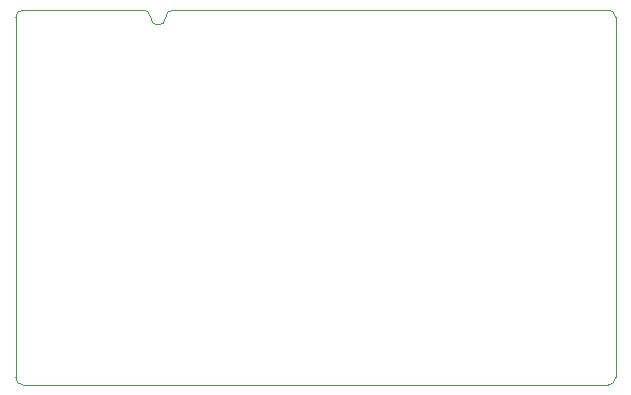
<source format=gm1>
G04 #@! TF.GenerationSoftware,KiCad,Pcbnew,8.0.4*
G04 #@! TF.CreationDate,2024-11-26T19:46:24-06:00*
G04 #@! TF.ProjectId,Flash-2716,466c6173-682d-4323-9731-362e6b696361,rev?*
G04 #@! TF.SameCoordinates,Original*
G04 #@! TF.FileFunction,Profile,NP*
%FSLAX46Y46*%
G04 Gerber Fmt 4.6, Leading zero omitted, Abs format (unit mm)*
G04 Created by KiCad (PCBNEW 8.0.4) date 2024-11-26 19:46:24*
%MOMM*%
%LPD*%
G01*
G04 APERTURE LIST*
G04 #@! TA.AperFunction,Profile*
%ADD10C,0.100000*%
G04 #@! TD*
G04 APERTURE END LIST*
D10*
X110490000Y-74295000D02*
G75*
G02*
X111125000Y-74930000I0J-635000D01*
G01*
X112395000Y-74930000D02*
G75*
G02*
X113030000Y-74295000I635000J0D01*
G01*
X150495000Y-105410000D02*
G75*
G02*
X149860000Y-106045000I-635000J0D01*
G01*
X113030000Y-74295000D02*
X149860000Y-74295000D01*
X149860000Y-106045000D02*
X100330000Y-106045000D01*
X100330000Y-106045000D02*
G75*
G02*
X99695000Y-105410000I0J635000D01*
G01*
X99695000Y-105410000D02*
X99695000Y-74930000D01*
X100330000Y-74295000D02*
X110490000Y-74295000D01*
X99695000Y-74930000D02*
G75*
G02*
X100330000Y-74295000I635000J0D01*
G01*
X149860000Y-74295000D02*
G75*
G02*
X150495000Y-74930000I0J-635000D01*
G01*
X112395000Y-74930000D02*
G75*
G02*
X111125000Y-74930000I-635000J0D01*
G01*
X150495000Y-74930000D02*
X150495000Y-105410000D01*
M02*

</source>
